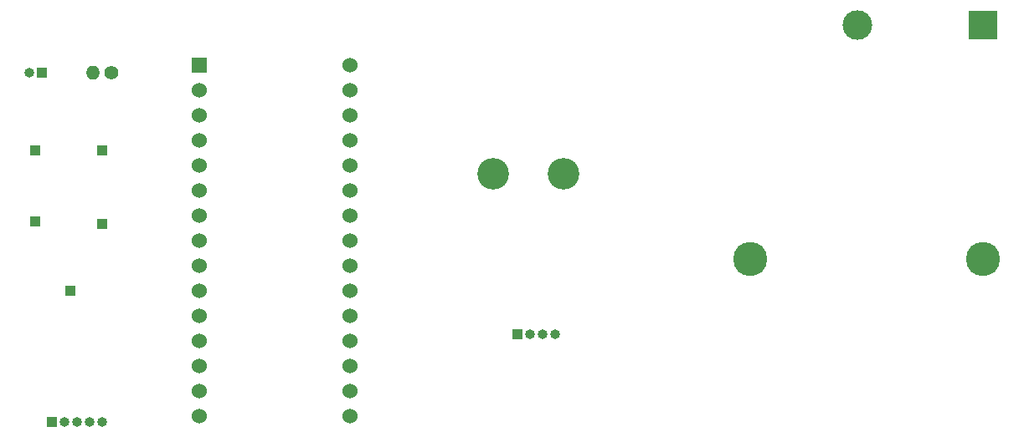
<source format=gbr>
%TF.GenerationSoftware,KiCad,Pcbnew,8.0.7*%
%TF.CreationDate,2024-12-24T22:10:03+05:30*%
%TF.ProjectId,hello,68656c6c-6f2e-46b6-9963-61645f706362,rev?*%
%TF.SameCoordinates,Original*%
%TF.FileFunction,Soldermask,Top*%
%TF.FilePolarity,Negative*%
%FSLAX46Y46*%
G04 Gerber Fmt 4.6, Leading zero omitted, Abs format (unit mm)*
G04 Created by KiCad (PCBNEW 8.0.7) date 2024-12-24 22:10:03*
%MOMM*%
%LPD*%
G01*
G04 APERTURE LIST*
%ADD10R,1.000000X1.000000*%
%ADD11O,1.000000X1.000000*%
%ADD12C,3.204000*%
%ADD13C,1.400000*%
%ADD14O,1.400000X1.400000*%
%ADD15C,3.000000*%
%ADD16R,3.000000X3.000000*%
%ADD17C,3.450000*%
%ADD18C,1.524000*%
%ADD19R,1.524000X1.524000*%
G04 APERTURE END LIST*
D10*
%TO.C,J4*%
X92330000Y-91130000D03*
%TD*%
%TO.C,J2*%
X92330000Y-98630000D03*
%TD*%
%TO.C,U2*%
X134340000Y-109780000D03*
D11*
X135610000Y-109780000D03*
X136880000Y-109780000D03*
X138150000Y-109780000D03*
%TD*%
%TO.C,U3*%
X92360000Y-118630000D03*
X91090000Y-118630000D03*
X89820000Y-118630000D03*
X88550000Y-118630000D03*
D10*
X87280000Y-118630000D03*
%TD*%
%TO.C,J5*%
X85580000Y-91130000D03*
%TD*%
D12*
%TO.C,SW1*%
X139000000Y-93500000D03*
X131888000Y-93500000D03*
%TD*%
D13*
%TO.C,R1*%
X93260000Y-83267500D03*
D14*
X91360000Y-83267500D03*
%TD*%
D15*
%TO.C,BT1*%
X168657500Y-78417500D03*
D16*
X181357500Y-78417500D03*
D17*
X157857500Y-102137500D03*
X181357500Y-102137500D03*
%TD*%
D18*
%TO.C,U1*%
X117357500Y-82487500D03*
X117357500Y-85027500D03*
X117357500Y-87567500D03*
X117357500Y-90107500D03*
X117357500Y-92647500D03*
X117357500Y-95187500D03*
X117357500Y-97727500D03*
X117357500Y-100267500D03*
X117357500Y-102807500D03*
X117357500Y-105347500D03*
X117357500Y-107887500D03*
X117357500Y-110427500D03*
X117357500Y-112967500D03*
X117357500Y-115507500D03*
X117357500Y-118047500D03*
X102117500Y-118047500D03*
X102117500Y-115507500D03*
X102117500Y-112967500D03*
X102117500Y-110427500D03*
X102117500Y-107887500D03*
X102117500Y-105347500D03*
X102117500Y-102807500D03*
X102117500Y-100267500D03*
X102117500Y-97727500D03*
X102117500Y-95187500D03*
X102117500Y-92647500D03*
X102117500Y-90107500D03*
X102117500Y-87567500D03*
X102117500Y-85027500D03*
D19*
X102117500Y-82487500D03*
%TD*%
D11*
%TO.C,R2*%
X84960000Y-83292500D03*
D10*
X86230000Y-83292500D03*
%TD*%
%TO.C,J3*%
X85580000Y-98380000D03*
%TD*%
%TO.C,J1*%
X89080000Y-105380000D03*
%TD*%
M02*

</source>
